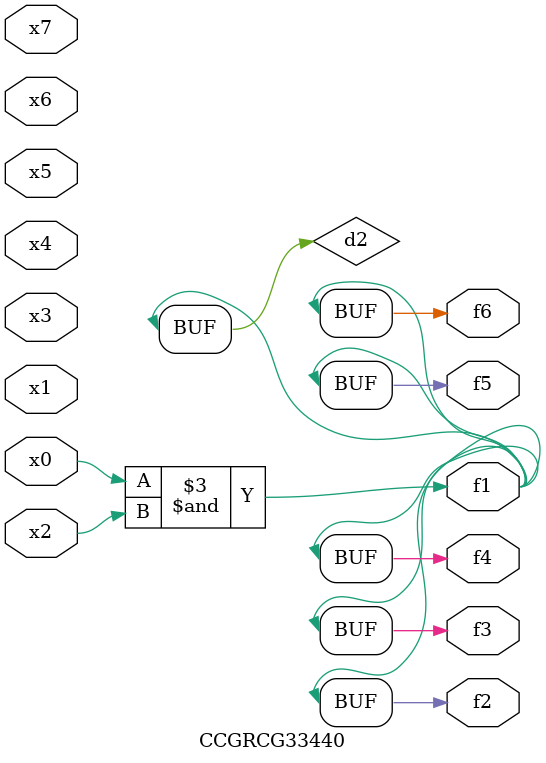
<source format=v>
module CCGRCG33440(
	input x0, x1, x2, x3, x4, x5, x6, x7,
	output f1, f2, f3, f4, f5, f6
);

	wire d1, d2;

	nor (d1, x3, x6);
	and (d2, x0, x2);
	assign f1 = d2;
	assign f2 = d2;
	assign f3 = d2;
	assign f4 = d2;
	assign f5 = d2;
	assign f6 = d2;
endmodule

</source>
